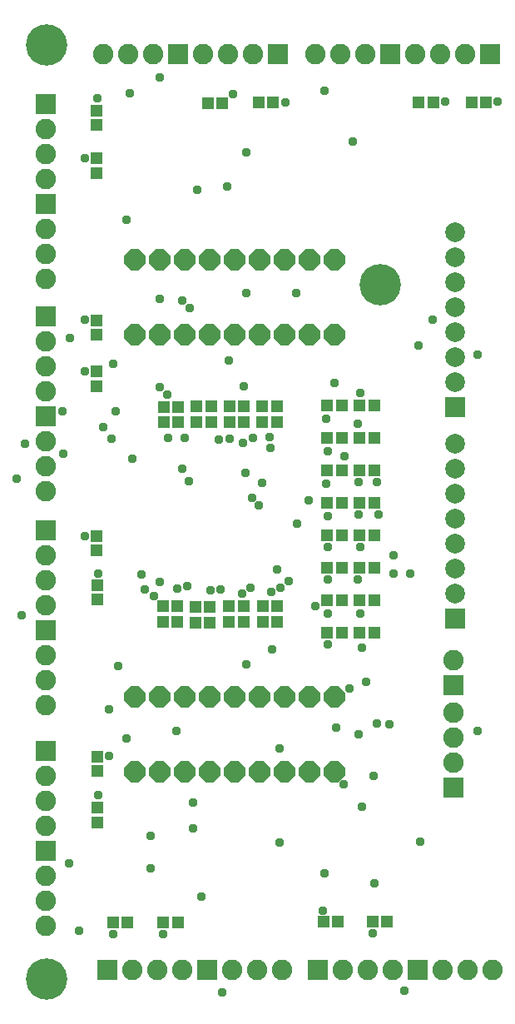
<source format=gbr>
G04 EAGLE Gerber RS-274X export*
G75*
%MOMM*%
%FSLAX34Y34*%
%LPD*%
%INSoldermask Bottom*%
%IPPOS*%
%AMOC8*
5,1,8,0,0,1.08239X$1,22.5*%
G01*
%ADD10C,4.203200*%
%ADD11P,2.309387X8X112.500000*%
%ADD12R,2.082800X2.082800*%
%ADD13C,2.082800*%
%ADD14R,1.243200X1.223200*%
%ADD15R,1.223200X1.243200*%
%ADD16R,2.003200X2.003200*%
%ADD17C,2.003200*%
%ADD18C,0.959600*%


D10*
X400000Y746000D03*
X60000Y990000D03*
X60000Y40000D03*
D11*
X149600Y250800D03*
X175000Y250800D03*
X200400Y250800D03*
X225800Y250800D03*
X251200Y250800D03*
X276600Y250800D03*
X302000Y250800D03*
X327400Y250800D03*
X352800Y250800D03*
X352800Y327000D03*
X327400Y327000D03*
X302000Y327000D03*
X276600Y327000D03*
X251200Y327000D03*
X225800Y327000D03*
X200400Y327000D03*
X175000Y327000D03*
X149600Y327000D03*
D12*
X474300Y234300D03*
D13*
X474300Y259700D03*
X474300Y285100D03*
X474300Y310500D03*
D12*
X59300Y394500D03*
D13*
X59300Y369100D03*
X59300Y343700D03*
X59300Y318300D03*
D12*
X59300Y496100D03*
D13*
X59300Y470700D03*
X59300Y445300D03*
X59300Y419900D03*
D12*
X59200Y612400D03*
D13*
X59200Y587000D03*
X59200Y561600D03*
X59200Y536200D03*
D12*
X59200Y828300D03*
D13*
X59200Y802900D03*
X59200Y777500D03*
X59200Y752100D03*
D12*
X194200Y980800D03*
D13*
X168800Y980800D03*
X143400Y980800D03*
X118000Y980800D03*
D12*
X410100Y980800D03*
D13*
X384700Y980800D03*
X359300Y980800D03*
X333900Y980800D03*
D12*
X474300Y338600D03*
D13*
X474300Y364000D03*
D12*
X437800Y49300D03*
D13*
X463200Y49300D03*
X488600Y49300D03*
X514000Y49300D03*
D12*
X336200Y49300D03*
D13*
X361600Y49300D03*
X387000Y49300D03*
X412400Y49300D03*
D12*
X223700Y49300D03*
D13*
X249100Y49300D03*
X274500Y49300D03*
X299900Y49300D03*
D12*
X122100Y49300D03*
D13*
X147500Y49300D03*
X172900Y49300D03*
X198300Y49300D03*
D12*
X59300Y170400D03*
D13*
X59300Y145000D03*
X59300Y119600D03*
X59300Y94200D03*
D12*
X59300Y272000D03*
D13*
X59300Y246600D03*
X59300Y221200D03*
X59300Y195800D03*
D11*
X149600Y695100D03*
X175000Y695100D03*
X200400Y695100D03*
X225800Y695100D03*
X251200Y695100D03*
X276600Y695100D03*
X302000Y695100D03*
X327400Y695100D03*
X352800Y695100D03*
X352800Y771300D03*
X327400Y771300D03*
X302000Y771300D03*
X276600Y771300D03*
X251200Y771300D03*
X225800Y771300D03*
X200400Y771300D03*
X175000Y771300D03*
X149600Y771300D03*
D12*
X59200Y714000D03*
D13*
X59200Y688600D03*
X59200Y663200D03*
X59200Y637800D03*
D12*
X59200Y929900D03*
D13*
X59200Y904500D03*
X59200Y879100D03*
X59200Y853700D03*
D12*
X295800Y980800D03*
D13*
X270400Y980800D03*
X245000Y980800D03*
X219600Y980800D03*
D12*
X511700Y980800D03*
D13*
X486300Y980800D03*
X460900Y980800D03*
X435500Y980800D03*
D14*
X193350Y402940D03*
X178650Y402940D03*
X178650Y419080D03*
X193350Y419080D03*
X226370Y402440D03*
X211670Y402440D03*
X211670Y418560D03*
X226370Y418560D03*
X260390Y402700D03*
X245690Y402700D03*
X245690Y418820D03*
X260390Y418820D03*
X294950Y402960D03*
X280250Y402960D03*
X280250Y419080D03*
X294950Y419080D03*
X294530Y606200D03*
X279830Y606200D03*
X279830Y622080D03*
X294530Y622080D03*
X260970Y606480D03*
X246270Y606480D03*
X246270Y622360D03*
X260970Y622360D03*
X227410Y606220D03*
X212710Y606220D03*
X212710Y622100D03*
X227410Y622100D03*
X193850Y605960D03*
X179150Y605960D03*
X179150Y621840D03*
X193850Y621840D03*
X356650Y98020D03*
X341950Y98020D03*
X406650Y98720D03*
X391950Y98720D03*
X142650Y97420D03*
X127950Y97420D03*
X193650Y97120D03*
X178950Y97120D03*
D15*
X111820Y251350D03*
X111820Y266050D03*
X111520Y199350D03*
X111520Y214050D03*
X111220Y475950D03*
X111220Y490650D03*
X111920Y425950D03*
X111920Y440650D03*
X111060Y695250D03*
X111060Y709950D03*
X110760Y642850D03*
X110760Y657550D03*
X111260Y908650D03*
X111260Y923350D03*
X111160Y859850D03*
X111160Y874550D03*
D14*
X275650Y931140D03*
X290350Y931140D03*
X224450Y930640D03*
X239150Y930640D03*
X492450Y931540D03*
X507150Y931540D03*
X438850Y931840D03*
X453550Y931840D03*
D16*
X476000Y406100D03*
D17*
X476000Y431500D03*
X476000Y456900D03*
X476000Y482300D03*
X476000Y507700D03*
X476000Y533100D03*
X476000Y558500D03*
X476000Y583900D03*
D16*
X476000Y621180D03*
D17*
X476000Y646580D03*
X476000Y671980D03*
X476000Y697380D03*
X476000Y722780D03*
X476000Y748180D03*
X476000Y773580D03*
X476000Y798980D03*
D14*
X378730Y392480D03*
X393430Y392480D03*
X378730Y425500D03*
X393430Y425500D03*
X378730Y458520D03*
X393430Y458520D03*
X378730Y491540D03*
X393430Y491540D03*
X378730Y524560D03*
X393430Y524560D03*
X378730Y557580D03*
X393430Y557580D03*
X378730Y590600D03*
X393430Y590600D03*
X378730Y623620D03*
X393430Y623620D03*
X345710Y392180D03*
X360410Y392180D03*
X345710Y425200D03*
X360410Y425200D03*
X345710Y458220D03*
X360410Y458220D03*
X345710Y491240D03*
X360410Y491240D03*
X345710Y524260D03*
X360410Y524260D03*
X345710Y557280D03*
X360410Y557280D03*
X345710Y590300D03*
X360410Y590300D03*
X345710Y623320D03*
X360410Y623320D03*
D18*
X363000Y572000D03*
X239000Y26000D03*
X424000Y28000D03*
X355000Y296000D03*
X353000Y646000D03*
X126000Y589000D03*
X93000Y89000D03*
X83000Y158000D03*
X145000Y941000D03*
X175000Y957000D03*
X38000Y584000D03*
X76736Y574000D03*
X35000Y410000D03*
X394000Y137000D03*
X381000Y215000D03*
X83820Y691896D03*
X147500Y568750D03*
X30000Y548750D03*
X498750Y675000D03*
X205000Y546250D03*
X295000Y456250D03*
X306250Y445000D03*
X263750Y360000D03*
X377500Y288750D03*
X408750Y298750D03*
X393192Y246888D03*
X396240Y300228D03*
X341376Y109728D03*
X343008Y943356D03*
X249936Y940308D03*
X519068Y931964D03*
X465284Y931964D03*
X99060Y874668D03*
X303384Y931164D03*
X112052Y935844D03*
X99060Y658260D03*
X99060Y710368D03*
X112776Y452628D03*
X99060Y490728D03*
X112776Y227076D03*
X123444Y266700D03*
X178308Y85344D03*
X128016Y85344D03*
X391668Y86868D03*
X198120Y558800D03*
X166116Y152400D03*
X217932Y123444D03*
X245364Y669036D03*
X440000Y180000D03*
X381000Y377000D03*
X385000Y342516D03*
X192024Y292608D03*
X379000Y412000D03*
X297180Y178736D03*
X368332Y335280D03*
X377000Y446000D03*
X342900Y147828D03*
X379000Y479000D03*
X297180Y274320D03*
X498348Y292608D03*
X378000Y512000D03*
X378000Y545000D03*
X333756Y419100D03*
X289560Y374904D03*
X377000Y605000D03*
X208788Y219456D03*
X438912Y684276D03*
X362712Y237744D03*
X379000Y636000D03*
X208788Y193548D03*
X452628Y710184D03*
X429768Y452628D03*
X413004Y452628D03*
X413004Y470916D03*
X346000Y380000D03*
X198120Y729996D03*
X397764Y512064D03*
X346000Y412000D03*
X141732Y812292D03*
X128016Y665988D03*
X346000Y446000D03*
X243840Y845820D03*
X175260Y731520D03*
X346000Y479000D03*
X263652Y880872D03*
X263652Y737616D03*
X396240Y545592D03*
X346000Y511000D03*
X345000Y544000D03*
X371856Y891540D03*
X313944Y737616D03*
X346000Y577092D03*
X345000Y610000D03*
X193040Y436880D03*
X156972Y451104D03*
X203200Y439420D03*
X227259Y435681D03*
X175260Y443484D03*
X237363Y435767D03*
X166116Y185928D03*
X141732Y284988D03*
X259069Y431931D03*
X169164Y429768D03*
X267145Y438145D03*
X123444Y313944D03*
X288539Y433461D03*
X160020Y435864D03*
X298145Y438145D03*
X132588Y358140D03*
X288000Y580000D03*
X175260Y641604D03*
X286914Y591000D03*
X182880Y633984D03*
X269822Y589822D03*
X260604Y643128D03*
X260354Y585000D03*
X246000Y589000D03*
X205740Y722376D03*
X213360Y842772D03*
X235509Y588509D03*
X130540Y617220D03*
X76200Y617220D03*
X201000Y590368D03*
X183600Y590484D03*
X117540Y601552D03*
X276000Y521600D03*
X326672Y527029D03*
X314960Y502920D03*
X268967Y528856D03*
X262400Y554400D03*
X279200Y544800D03*
M02*

</source>
